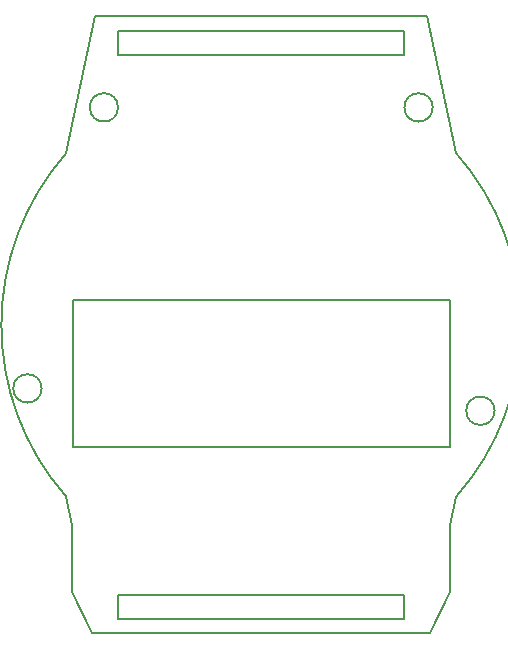
<source format=gbr>
G04 #@! TF.GenerationSoftware,KiCad,Pcbnew,5.1.4-1.fc30*
G04 #@! TF.CreationDate,2020-04-06T18:59:28+02:00*
G04 #@! TF.ProjectId,base24mm,62617365-3234-46d6-9d2e-6b696361645f,v0.5.2*
G04 #@! TF.SameCoordinates,Original*
G04 #@! TF.FileFunction,Profile,NP*
%FSLAX46Y46*%
G04 Gerber Fmt 4.6, Leading zero omitted, Abs format (unit mm)*
G04 Created by KiCad (PCBNEW 5.1.4-1.fc30) date 2020-04-06 18:59:28*
%MOMM*%
%LPD*%
G04 APERTURE LIST*
%ADD10C,0.200000*%
G04 APERTURE END LIST*
D10*
X237493266Y-108093707D02*
X235070000Y-96520000D01*
X208880000Y-99765628D02*
X208880000Y-97765628D01*
X233080000Y-97765628D02*
X208880000Y-97765628D01*
X208880000Y-99765628D02*
X233080000Y-99765628D01*
X233080000Y-99765628D02*
X233080000Y-97765628D01*
X208870000Y-104220000D02*
G75*
G03X208870000Y-104220000I-1200000J0D01*
G01*
X240750000Y-129910000D02*
G75*
G03X240750000Y-129910000I-1200000J0D01*
G01*
X235510000Y-104220000D02*
G75*
G03X235510000Y-104220000I-1200000J0D01*
G01*
X236990000Y-139580000D02*
X236990000Y-145240000D01*
X236990000Y-145240000D02*
X235320000Y-148750000D01*
X204990000Y-145240000D02*
X206660000Y-148750000D01*
X208900000Y-145514372D02*
X208900000Y-147514372D01*
X233100000Y-147514372D02*
X233100000Y-145514372D01*
X233100000Y-145514372D02*
X208900000Y-145514372D01*
X208900000Y-147514372D02*
X233100000Y-147514372D01*
X206660000Y-148750000D02*
X235320000Y-148750000D01*
X205020000Y-120510000D02*
X236960000Y-120510000D01*
X205020000Y-132990000D02*
X205020000Y-120510000D01*
X236960000Y-132990000D02*
X205020000Y-132990000D01*
X236960000Y-120510000D02*
X236960000Y-132990000D01*
X202400000Y-128010000D02*
G75*
G03X202400000Y-128010000I-1200000J0D01*
G01*
X235070000Y-96520000D02*
X206910000Y-96520000D01*
X204490001Y-108090001D02*
X206910000Y-96520000D01*
X204486734Y-137186293D02*
G75*
G02X204490001Y-108090001I16503266J14546293D01*
G01*
X237493266Y-108093707D02*
G75*
G02X237489999Y-137189999I-16503266J-14546293D01*
G01*
X204990000Y-139580000D02*
X204990000Y-145240000D01*
X204485040Y-137184371D02*
X204990000Y-139580000D01*
X237489999Y-137189999D02*
X236990000Y-139580000D01*
M02*

</source>
